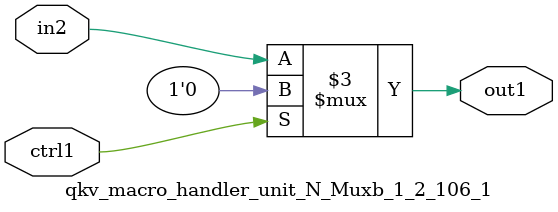
<source format=v>

`timescale 1ps / 1ps


module qkv_macro_handler_unit_N_Muxb_1_2_106_1( in2, ctrl1, out1 );

    input in2;
    input ctrl1;
    output out1;
    reg out1;

    
    // rtl_process:qkv_macro_handler_unit_N_Muxb_1_2_106_1/qkv_macro_handler_unit_N_Muxb_1_2_106_1_thread_1
    always @*
      begin : qkv_macro_handler_unit_N_Muxb_1_2_106_1_thread_1
        case (ctrl1) 
          1'b1: 
            begin
              out1 = 1'b0;
            end
          default: 
            begin
              out1 = in2;
            end
        endcase
      end

endmodule



</source>
